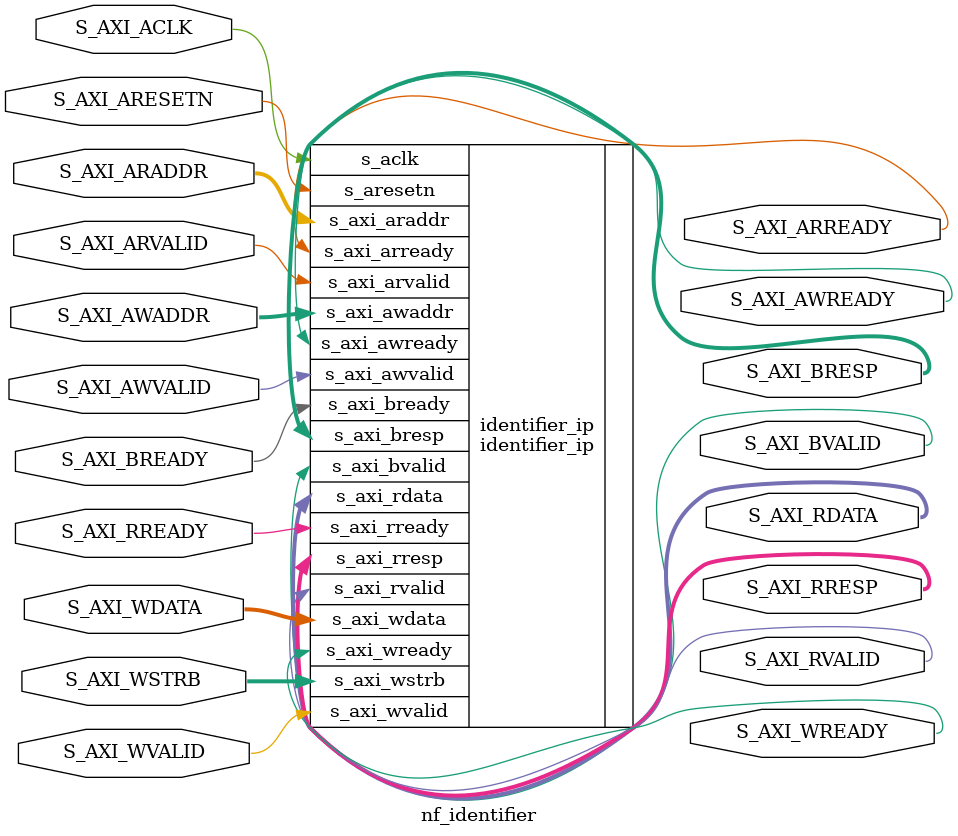
<source format=v>

`timescale 1ns/1ps

module nf_identifier
#(
   parameter   C_S_AXI_ADDR_WIDTH = 32,
   parameter   C_S_AXI_DATA_WIDTH = 32
)
(
   input                                     S_AXI_ACLK,
   input                                     S_AXI_ARESETN,
   input       [C_S_AXI_ADDR_WIDTH-1 : 0]    S_AXI_AWADDR,
   input                                     S_AXI_AWVALID,
   input       [C_S_AXI_DATA_WIDTH-1 : 0]    S_AXI_WDATA,
   input       [C_S_AXI_DATA_WIDTH/8-1 : 0]  S_AXI_WSTRB,
   input                                     S_AXI_WVALID,
   input                                     S_AXI_BREADY,
   input       [C_S_AXI_ADDR_WIDTH-1 : 0]    S_AXI_ARADDR,
   input                                     S_AXI_ARVALID,
   input                                     S_AXI_RREADY,
   output                                    S_AXI_ARREADY,
   output      [C_S_AXI_DATA_WIDTH-1 : 0]    S_AXI_RDATA,
   output      [1 : 0]                       S_AXI_RRESP,
   output                                    S_AXI_RVALID,
   output                                    S_AXI_WREADY,
   output      [1 :0]                        S_AXI_BRESP,
   output                                    S_AXI_BVALID,
   output                                    S_AXI_AWREADY
);

identifier_ip identifier_ip
(
    .s_aclk          (  S_AXI_ACLK        ),
    .s_aresetn       (  S_AXI_ARESETN     ),
    .s_axi_awaddr    (  S_AXI_AWADDR      ),
    .s_axi_awvalid   (  S_AXI_AWVALID     ),
    .s_axi_awready   (  S_AXI_AWREADY     ),
    .s_axi_wdata     (  S_AXI_WDATA       ),
    .s_axi_wstrb     (  S_AXI_WSTRB       ),
    .s_axi_wvalid    (  S_AXI_WVALID      ),
    .s_axi_wready    (  S_AXI_WREADY      ),
    .s_axi_bresp     (  S_AXI_BRESP       ),
    .s_axi_bvalid    (  S_AXI_BVALID      ),
    .s_axi_bready    (  S_AXI_BREADY      ),
    .s_axi_araddr    (  S_AXI_ARADDR      ),
    .s_axi_arvalid   (  S_AXI_ARVALID     ),
    .s_axi_arready   (  S_AXI_ARREADY     ),
    .s_axi_rdata     (  S_AXI_RDATA       ),
    .s_axi_rresp     (  S_AXI_RRESP       ),
    .s_axi_rvalid    (  S_AXI_RVALID      ),
    .s_axi_rready    (  S_AXI_RREADY      )
); 

endmodule

</source>
